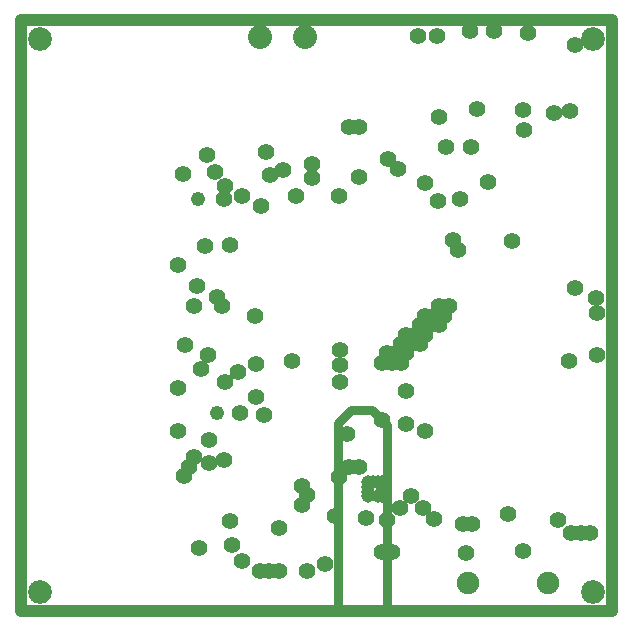
<source format=gbr>
%TF.GenerationSoftware,Altium Limited,Altium Designer,20.1.11 (218)*%
G04 Layer_Physical_Order=3*
G04 Layer_Color=128*
%FSLAX45Y45*%
%MOMM*%
%TF.SameCoordinates,A720D921-2E1A-4B1E-B03F-C1F3B01285F1*%
%TF.FilePolarity,Negative*%
%TF.FileFunction,Copper,L3,Inr,Plane*%
%TF.Part,Single*%
G01*
G75*
%TA.AperFunction,NonConductor*%
%ADD65C,1.01600*%
%TA.AperFunction,ComponentPad*%
%ADD67C,1.91600*%
%TA.AperFunction,WasherPad*%
%ADD68C,2.01600*%
%TA.AperFunction,ComponentPad*%
%ADD69C,2.03600*%
%TA.AperFunction,ViaPad*%
%ADD70C,1.41600*%
%ADD71C,1.14600*%
%ADD72C,1.13600*%
%TA.AperFunction,NonConductor*%
%ADD73C,0.80000*%
%TA.AperFunction,ViaPad*%
%ADD74C,1.21600*%
D65*
X0Y0D02*
X5000000D01*
Y5000000D01*
X0D02*
X5000000D01*
X0Y0D02*
Y5000000D01*
D67*
X4459999Y240002D02*
D03*
X3780000D02*
D03*
D68*
X4840000Y4840000D02*
D03*
X160000Y160000D02*
D03*
Y4840000D02*
D03*
X4840000Y160000D02*
D03*
D69*
X2020000Y4860000D02*
D03*
X2401000D02*
D03*
D70*
X4249999Y4239999D02*
D03*
D03*
X4257934Y4075866D02*
D03*
D03*
X3860000Y4250000D02*
D03*
D03*
X4510000Y4220000D02*
D03*
D03*
X4650000Y4230000D02*
D03*
D03*
X4158000Y3129377D02*
D03*
X4820009Y660004D02*
D03*
X4660008D02*
D03*
X3700007Y3060007D02*
D03*
X3740007Y740004D02*
D03*
X3660007Y3140007D02*
D03*
X3540007Y4180008D02*
D03*
Y2580006D02*
D03*
X3500007Y2500006D02*
D03*
X3460007Y2420006D02*
D03*
X3420007Y2500006D02*
D03*
X3380007Y2420006D02*
D03*
X3420007Y2340006D02*
D03*
X3260007D02*
D03*
Y2180006D02*
D03*
X3220007Y2100005D02*
D03*
X3180007Y2180006D02*
D03*
X3140007Y2100005D02*
D03*
X3060007D02*
D03*
Y1620005D02*
D03*
Y500004D02*
D03*
X2860006Y4100008D02*
D03*
X2780006Y1220004D02*
D03*
X2420006Y980004D02*
D03*
X2380006Y1060004D02*
D03*
X1460005Y2580006D02*
D03*
X1380005Y1140004D02*
D03*
X4740009Y660004D02*
D03*
X3820007Y740004D02*
D03*
X3620007Y2580006D02*
D03*
X3580007Y2500006D02*
D03*
X3540007Y2420006D02*
D03*
X3380007Y2260006D02*
D03*
X3340007Y2340006D02*
D03*
X3300007Y2260006D02*
D03*
X3220007D02*
D03*
X3140007Y500004D02*
D03*
X3100006Y2180006D02*
D03*
X2860006Y1220004D02*
D03*
X2780006Y4100008D02*
D03*
X2420006Y340003D02*
D03*
X2380006Y900004D02*
D03*
X2180006Y340003D02*
D03*
X2100005D02*
D03*
X2020005D02*
D03*
X1980005Y2500006D02*
D03*
X1700005Y2580006D02*
D03*
X1660005Y2660006D02*
D03*
X1460005Y1300005D02*
D03*
X1420005Y1220004D02*
D03*
X1580076Y2170000D02*
D03*
D03*
X1330000Y1884139D02*
D03*
D03*
Y2930000D02*
D03*
D03*
X1390000Y2250000D02*
D03*
D03*
X1490000Y2750000D02*
D03*
D03*
X4689600Y4794600D02*
D03*
D03*
X3259999Y1859999D02*
D03*
D03*
X3420000Y1520000D02*
D03*
D03*
X3260000Y1580000D02*
D03*
D03*
X1840400Y2020000D02*
D03*
D03*
X1730400Y1940000D02*
D03*
D03*
X1991665Y2090000D02*
D03*
D03*
X2060000Y1660000D02*
D03*
D03*
X2290000Y2120000D02*
D03*
D03*
X1520000Y2050000D02*
D03*
D03*
X3500000Y780000D02*
D03*
D03*
X4120000Y820000D02*
D03*
D03*
X3770000Y490000D02*
D03*
D03*
X3810000Y3929600D02*
D03*
D03*
X3110000Y3830000D02*
D03*
D03*
X4880000Y2520000D02*
D03*
D03*
X3403692Y873692D02*
D03*
D03*
X4550000Y770000D02*
D03*
D03*
X4250000Y510000D02*
D03*
D03*
X1770000Y761909D02*
D03*
X2180000Y700000D02*
D03*
D03*
X1770000Y761909D02*
D03*
X1570000Y3860000D02*
D03*
X3100000Y770000D02*
D03*
D03*
X2690000Y1130000D02*
D03*
D03*
X1790000Y560000D02*
D03*
X3950000Y3629600D02*
D03*
X2860000Y3670000D02*
D03*
X3720000Y3490000D02*
D03*
X4290000Y4890000D02*
D03*
X3420000Y3620000D02*
D03*
X3190000Y3740400D02*
D03*
X3530000Y3470000D02*
D03*
X2464600Y3665000D02*
D03*
X3600001Y3929998D02*
D03*
X2330000Y3515000D02*
D03*
X2690220Y3509780D02*
D03*
X2219996Y3729993D02*
D03*
X2075000Y3885000D02*
D03*
D03*
X4689937Y2730000D02*
D03*
X4869600Y2649998D02*
D03*
X4290000Y4890000D02*
D03*
X2920000Y790000D02*
D03*
X3210400Y870000D02*
D03*
X3190000Y3740400D02*
D03*
X3950000Y3629600D02*
D03*
X3420000Y3620000D02*
D03*
X2460000Y3780000D02*
D03*
D03*
X2464600Y3665000D02*
D03*
X4880000Y2170000D02*
D03*
X4869600Y2649998D02*
D03*
X2760000Y1500000D02*
D03*
D03*
X2660000Y800000D02*
D03*
D03*
X2920000Y790000D02*
D03*
X1850000Y1680000D02*
D03*
X1990400Y1810000D02*
D03*
D03*
X1870000Y3510000D02*
D03*
D03*
X1640000Y3719200D02*
D03*
D03*
X3600001Y3929998D02*
D03*
X3360000Y4870000D02*
D03*
D03*
X4000000Y4910000D02*
D03*
D03*
X3800439Y4909600D02*
D03*
D03*
X4689937Y2730000D02*
D03*
X4640000Y2120000D02*
D03*
X4880000Y2170000D02*
D03*
X2570000Y400000D02*
D03*
X3210400Y870000D02*
D03*
X3300000Y970000D02*
D03*
D03*
X1720410Y3490000D02*
D03*
X1330000Y1520000D02*
D03*
D03*
X2700000Y2080000D02*
D03*
D03*
Y1940000D02*
D03*
D03*
Y2210000D02*
D03*
D03*
X3524268Y4869600D02*
D03*
D03*
X1720000Y1280000D02*
D03*
D03*
X1559600Y3089600D02*
D03*
X1770000Y3100000D02*
D03*
X1559600Y3089600D02*
D03*
X1770000Y3100000D02*
D03*
X2219996Y3729993D02*
D03*
X2110001Y3690000D02*
D03*
D03*
X2030000Y3430000D02*
D03*
D03*
X1730000Y3600000D02*
D03*
D03*
X2330000Y3515000D02*
D03*
X1589606Y1450000D02*
D03*
D03*
X1870000Y420000D02*
D03*
D03*
X1790000Y560000D02*
D03*
X1510000Y530000D02*
D03*
D03*
X1590000Y1250000D02*
D03*
D03*
X1370000Y3700000D02*
D03*
D03*
D71*
X3060000Y970000D02*
D03*
Y1050000D02*
D03*
Y1010000D02*
D03*
X3060002Y1090002D02*
D03*
X3020000Y1090000D02*
D03*
X2940003Y1090002D02*
D03*
X2980000Y1090000D02*
D03*
X2940003Y1010002D02*
D03*
X2940000Y1050000D02*
D03*
X3020000Y970000D02*
D03*
D72*
X2940000D02*
D03*
D73*
X2680000Y1590000D02*
X2790000Y1700000D01*
X2970000D01*
X3100000Y1570000D01*
Y20000D02*
Y1570000D01*
X2680000Y20000D02*
Y1590000D01*
D74*
X1660006Y1679993D02*
D03*
X1500000Y3490000D02*
D03*
%TF.MD5,891462f03d5efd7b842bb21467f48712*%
M02*

</source>
